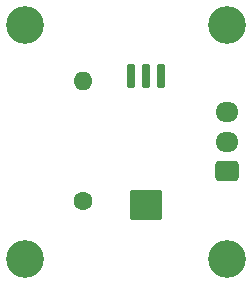
<source format=gbr>
%TF.GenerationSoftware,KiCad,Pcbnew,(7.0.0-0)*%
%TF.CreationDate,2023-11-06T21:22:23+01:00*%
%TF.ProjectId,HygroHiH50xx,48796772-6f48-4694-9835-3078782e6b69,1.1*%
%TF.SameCoordinates,Original*%
%TF.FileFunction,Soldermask,Bot*%
%TF.FilePolarity,Negative*%
%FSLAX46Y46*%
G04 Gerber Fmt 4.6, Leading zero omitted, Abs format (unit mm)*
G04 Created by KiCad (PCBNEW (7.0.0-0)) date 2023-11-06 21:22:23*
%MOMM*%
%LPD*%
G01*
G04 APERTURE LIST*
G04 Aperture macros list*
%AMRoundRect*
0 Rectangle with rounded corners*
0 $1 Rounding radius*
0 $2 $3 $4 $5 $6 $7 $8 $9 X,Y pos of 4 corners*
0 Add a 4 corners polygon primitive as box body*
4,1,4,$2,$3,$4,$5,$6,$7,$8,$9,$2,$3,0*
0 Add four circle primitives for the rounded corners*
1,1,$1+$1,$2,$3*
1,1,$1+$1,$4,$5*
1,1,$1+$1,$6,$7*
1,1,$1+$1,$8,$9*
0 Add four rect primitives between the rounded corners*
20,1,$1+$1,$2,$3,$4,$5,0*
20,1,$1+$1,$4,$5,$6,$7,0*
20,1,$1+$1,$6,$7,$8,$9,0*
20,1,$1+$1,$8,$9,$2,$3,0*%
G04 Aperture macros list end*
%ADD10C,3.200000*%
%ADD11C,1.600000*%
%ADD12O,1.600000X1.600000*%
%ADD13RoundRect,0.250000X0.725000X-0.600000X0.725000X0.600000X-0.725000X0.600000X-0.725000X-0.600000X0*%
%ADD14O,1.950000X1.700000*%
%ADD15RoundRect,0.102000X-0.255000X0.890000X-0.255000X-0.890000X0.255000X-0.890000X0.255000X0.890000X0*%
%ADD16RoundRect,0.102000X-1.270000X-1.145000X1.270000X-1.145000X1.270000X1.145000X-1.270000X1.145000X0*%
G04 APERTURE END LIST*
D10*
%TO.C,REF\u002A\u002A*%
X57656500Y-24508000D03*
%TD*%
D11*
%TO.C,R1*%
X62609500Y-39367000D03*
D12*
X62609499Y-29206999D03*
%TD*%
D10*
%TO.C,REF\u002A\u002A*%
X57656500Y-44320000D03*
%TD*%
%TO.C,REF\u002A\u002A*%
X74801500Y-24508000D03*
%TD*%
D13*
%TO.C,J5*%
X74803000Y-36877000D03*
D14*
X74802999Y-34376999D03*
X74802999Y-31876999D03*
%TD*%
D10*
%TO.C,REF\u002A\u002A*%
X74801500Y-44320000D03*
%TD*%
D15*
%TO.C,U1*%
X66673500Y-28829000D03*
X67943500Y-28829000D03*
X69213500Y-28829000D03*
D16*
X67943500Y-39754000D03*
%TD*%
M02*

</source>
